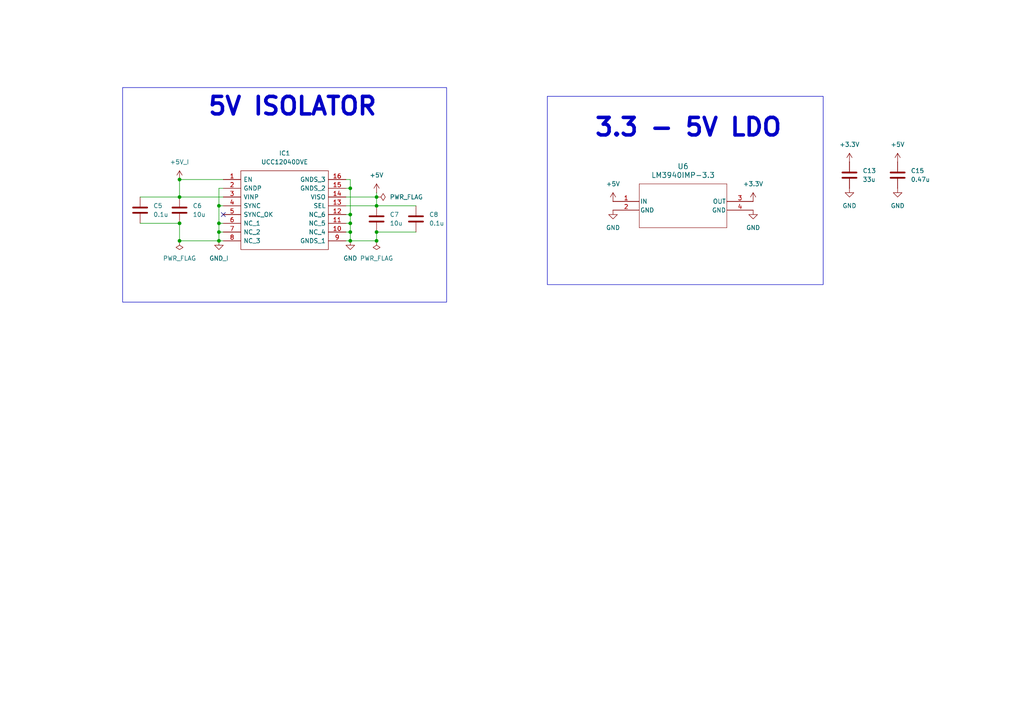
<source format=kicad_sch>
(kicad_sch (version 20231120) (generator "eeschema") (generator_version "8.0")
  (paper "A4")
  (lib_symbols
    (symbol "Device:C" (pin_numbers hide) (pin_names (offset 0.254))
      (property "Reference" "C" (at 0.635 2.54 0))
      (property "Value" "C" (at 0.635 -2.54 0))
      (symbol "C_0_1"
        (polyline (pts (xy -2.032 -0.762) (xy 2.032 -0.762)) (stroke (width 0.508)))
        (polyline (pts (xy -2.032 0.762) (xy 2.032 0.762)) (stroke (width 0.508)))
      )
      (symbol "C_1_1"
        (pin passive line (at 0 3.81 270) (length 2.794) (name "~") (number "1"))
        (pin passive line (at 0 -3.81 90) (length 2.794) (name "~") (number "2"))
      )
    )
    (symbol "LM3940:LM3940IMP-3.3" (pin_names (offset 0.254))
      (property "Reference" "U" (at 20.32 10.16 0))
      (property "Value" "LM3940IMP-3.3" (at 20.32 7.62 0))
      (symbol "LM3940IMP-3.3_0_1"
        (polyline (pts (xy 7.62 -7.62) (xy 33.02 -7.62)) (stroke (width 0.127)))
        (polyline (pts (xy 7.62 5.08) (xy 7.62 -7.62)) (stroke (width 0.127)))
        (polyline (pts (xy 33.02 -7.62) (xy 33.02 5.08)) (stroke (width 0.127)))
        (polyline (pts (xy 33.02 5.08) (xy 7.62 5.08)) (stroke (width 0.127)))
        (pin input line (at 0 0 0) (length 7.62) (name "IN") (number "1"))
        (pin passive line (at 0 -2.54 0) (length 7.62) (name "GND") (number "2"))
        (pin output line (at 40.64 0 180) (length 7.62) (name "OUT") (number "3"))
        (pin passive line (at 40.64 -2.54 180) (length 7.62) (name "GND") (number "4"))
      )
    )
    (symbol "UCC12040DVE:UCC12040DVE" (pin_names (offset 0.762))
      (property "Reference" "IC" (at 31.75 7.62 0))
      (property "Value" "UCC12040DVE" (at 31.75 5.08 0))
      (symbol "UCC12040DVE_0_0"
        (pin passive line (at 0 0 0) (length 5.08) (name "EN") (number "1"))
        (pin passive line (at 35.56 -15.24 180) (length 5.08) (name "NC_4") (number "10"))
        (pin passive line (at 35.56 -12.7 180) (length 5.08) (name "NC_5") (number "11"))
        (pin passive line (at 35.56 -10.16 180) (length 5.08) (name "NC_6") (number "12"))
        (pin passive line (at 35.56 -7.62 180) (length 5.08) (name "SEL") (number "13"))
        (pin passive line (at 35.56 -5.08 180) (length 5.08) (name "VISO") (number "14"))
        (pin passive line (at 35.56 -2.54 180) (length 5.08) (name "GNDS_2") (number "15"))
        (pin passive line (at 35.56 0 180) (length 5.08) (name "GNDS_3") (number "16"))
        (pin passive line (at 0 -2.54 0) (length 5.08) (name "GNDP") (number "2"))
        (pin passive line (at 0 -5.08 0) (length 5.08) (name "VINP") (number "3"))
        (pin passive line (at 0 -7.62 0) (length 5.08) (name "SYNC") (number "4"))
        (pin passive line (at 0 -10.16 0) (length 5.08) (name "SYNC_OK") (number "5"))
        (pin passive line (at 0 -12.7 0) (length 5.08) (name "NC_1") (number "6"))
        (pin passive line (at 0 -15.24 0) (length 5.08) (name "NC_2") (number "7"))
        (pin passive line (at 0 -17.78 0) (length 5.08) (name "NC_3") (number "8"))
        (pin passive line (at 35.56 -17.78 180) (length 5.08) (name "GNDS_1") (number "9"))
      )
      (symbol "UCC12040DVE_0_1"
        (polyline (pts (xy 5.08 2.54) (xy 30.48 2.54) (xy 30.48 -20.32) (xy 5.08 -20.32) (xy 5.08 2.54)) (stroke (width 0.1524)))
      )
    )
    (symbol "power:+3.3V" (power) (pin_numbers hide) (pin_names (offset 0) hide)
      (property "Value" "+3.3V" (at 0 3.556 0))
      (symbol "+3.3V_0_1"
        (polyline (pts (xy -0.762 1.27) (xy 0 2.54)))
        (polyline (pts (xy 0 0) (xy 0 2.54)))
        (polyline (pts (xy 0 2.54) (xy 0.762 1.27)))
      )
      (symbol "+3.3V_1_1"
        (pin power_in line (at 0 0 90) (length 0) (name "~") (number "1"))
      )
    )
    (symbol "power:+5V" (power) (pin_numbers hide) (pin_names (offset 0) hide)
      (property "Value" "+5V" (at 0 3.556 0))
      (symbol "+5V_0_1"
        (polyline (pts (xy -0.762 1.27) (xy 0 2.54)))
        (polyline (pts (xy 0 0) (xy 0 2.54)))
        (polyline (pts (xy 0 2.54) (xy 0.762 1.27)))
      )
      (symbol "+5V_1_1"
        (pin power_in line (at 0 0 90) (length 0) (name "~") (number "1"))
      )
    )
    (symbol "power:GND" (power) (pin_numbers hide) (pin_names (offset 0) hide)
      (property "Value" "GND" (at 0 -3.81 0))
      (symbol "GND_0_1"
        (polyline (pts (xy 0 0) (xy 0 -1.27) (xy 1.27 -1.27) (xy 0 -2.54) (xy -1.27 -1.27) (xy 0 -1.27)))
      )
      (symbol "GND_1_1"
        (pin power_in line (at 0 0 270) (length 0) (name "~") (number "1"))
      )
    )
    (symbol "power:PWR_FLAG" (power) (pin_numbers hide) (pin_names (offset 0) hide)
      (property "Value" "PWR_FLAG" (at 0 3.81 0))
      (symbol "PWR_FLAG_0_0"
        (pin power_out line (at 0 0 90) (length 0) (name "~") (number "1"))
      )
      (symbol "PWR_FLAG_0_1"
        (polyline (pts (xy 0 0) (xy 0 1.27) (xy -1.016 1.905) (xy 0 2.54) (xy 1.016 1.905) (xy 0 1.27)))
      )
    )
  )
  (junction (at 101.6 62.23))
  (junction (at 101.6 64.77))
  (junction (at 63.5 69.85))
  (junction (at 109.22 69.85))
  (junction (at 63.5 67.31))
  (junction (at 109.22 57.15))
  (junction (at 52.07 69.85))
  (junction (at 101.6 69.85))
  (junction (at 52.07 52.07))
  (junction (at 63.5 59.69))
  (junction (at 101.6 67.31))
  (junction (at 63.5 64.77))
  (junction (at 52.07 57.15))
  (junction (at 101.6 54.61))
  (junction (at 109.22 59.69))
  (junction (at 52.07 64.77))
  (junction (at 109.22 67.31))
  (no_connect (at 64.77 62.23))
  (wire (pts (xy 109.22 57.15) (xy 109.22 55.88)))
  (wire (pts (xy 52.07 52.07) (xy 52.07 57.15)))
  (wire (pts (xy 63.5 64.77) (xy 64.77 64.77)))
  (wire (pts (xy 100.33 59.69) (xy 109.22 59.69)))
  (wire (pts (xy 109.22 67.31) (xy 109.22 69.85)))
  (wire (pts (xy 101.6 64.77) (xy 101.6 67.31)))
  (wire (pts (xy 63.5 67.31) (xy 63.5 69.85)))
  (wire (pts (xy 100.33 54.61) (xy 101.6 54.61)))
  (wire (pts (xy 101.6 62.23) (xy 101.6 64.77)))
  (wire (pts (xy 63.5 67.31) (xy 64.77 67.31)))
  (wire (pts (xy 101.6 69.85) (xy 100.33 69.85)))
  (wire (pts (xy 101.6 62.23) (xy 100.33 62.23)))
  (wire (pts (xy 101.6 52.07) (xy 101.6 54.61)))
  (wire (pts (xy 100.33 52.07) (xy 101.6 52.07)))
  (wire (pts (xy 63.5 59.69) (xy 64.77 59.69)))
  (wire (pts (xy 63.5 54.61) (xy 63.5 59.69)))
  (wire (pts (xy 109.22 57.15) (xy 109.22 59.69)))
  (wire (pts (xy 100.33 57.15) (xy 109.22 57.15)))
  (wire (pts (xy 63.5 59.69) (xy 63.5 64.77)))
  (wire (pts (xy 64.77 54.61) (xy 63.5 54.61)))
  (wire (pts (xy 101.6 64.77) (xy 100.33 64.77)))
  (wire (pts (xy 52.07 69.85) (xy 63.5 69.85)))
  (wire (pts (xy 101.6 54.61) (xy 101.6 62.23)))
  (wire (pts (xy 63.5 69.85) (xy 64.77 69.85)))
  (wire (pts (xy 101.6 67.31) (xy 101.6 69.85)))
  (wire (pts (xy 101.6 67.31) (xy 100.33 67.31)))
  (wire (pts (xy 40.64 64.77) (xy 52.07 64.77)))
  (wire (pts (xy 109.22 67.31) (xy 120.65 67.31)))
  (wire (pts (xy 52.07 64.77) (xy 52.07 69.85)))
  (wire (pts (xy 40.64 57.15) (xy 52.07 57.15)))
  (wire (pts (xy 63.5 64.77) (xy 63.5 67.31)))
  (wire (pts (xy 109.22 59.69) (xy 120.65 59.69)))
  (wire (pts (xy 109.22 69.85) (xy 101.6 69.85)))
  (wire (pts (xy 52.07 52.07) (xy 64.77 52.07)))
  (wire (pts (xy 64.77 57.15) (xy 52.07 57.15)))
  (rectangle (start 35.56 25.4) (end 129.54 87.63))
  (rectangle (start 158.75 27.94) (end 238.76 82.55))
  (text "3.3 - 5V LDO\n" (at 199.644 37.084 0) (effects (font (size 5.08 5.08) (thickness 1.016) (bold yes))))
  (text "5V ISOLATOR" (at 84.836 30.988 0) (effects (font (size 5.08 5.08) (thickness 1.016) (bold yes))))
  (symbol (lib_id "power:+5V") (at 177.8 58.42 0) (unit 1)
    (property "Reference" "#PWR020" (effects (hide yes)))
    (property "Value" "+5V" (at 177.8 53.34 0))
    (property "Description" "Power symbol creates a global label with name \"+5V\"" (effects (hide yes)))
  )
  (symbol (lib_id "Device:C") (at 109.22 63.5 180) (unit 1)
    (property "Reference" "C7" (at 113.03 62.2299 0) (effects (justify right)))
    (property "Value" "10u" (at 113.03 64.7699 0) (effects (justify right)))
    (property "Footprint" "Capacitor_SMD:C_0805_2012Metric" (effects (hide yes)))
    (property "Description" "Unpolarized capacitor" (effects (hide yes)))
  )
  (symbol (lib_id "power:GND") (at 246.38 54.61 0) (unit 1)
    (property "Reference" "#PWR047" (effects (hide yes)))
    (property "Value" "GND" (at 246.38 59.69 0))
    (property "Description" "Power symbol creates a global label with name \"GND\" , ground" (effects (hide yes)))
  )
  (symbol (lib_id "power:+3.3V") (at 218.44 58.42 0) (unit 1)
    (property "Reference" "#PWR044" (effects (hide yes)))
    (property "Value" "+3.3V" (at 218.44 53.34 0))
    (property "Description" "Power symbol creates a global label with name \"+3.3V\"" (effects (hide yes)))
  )
  (symbol (lib_id "Device:C") (at 246.38 50.8 0) (unit 1)
    (property "Reference" "C13" (at 250.19 49.5299 0) (effects (justify left)))
    (property "Value" "33u" (at 250.19 52.0699 0) (effects (justify left)))
    (property "Footprint" "Capacitor_SMD:C_0805_2012Metric" (effects (hide yes)))
    (property "Description" "Unpolarized capacitor" (effects (hide yes)))
  )
  (symbol (lib_id "power:GND") (at 260.35 54.61 0) (unit 1)
    (property "Reference" "#PWR049" (effects (hide yes)))
    (property "Value" "GND" (at 260.35 59.69 0))
    (property "Description" "Power symbol creates a global label with name \"GND\" , ground" (effects (hide yes)))
  )
  (symbol (lib_id "power:+5V") (at 109.22 55.88 0) (unit 1)
    (property "Reference" "#PWR019" (effects (hide yes)))
    (property "Value" "+5V" (at 109.22 50.8 0))
    (property "Description" "Power symbol creates a global label with name \"+5V\"" (effects (hide yes)))
  )
  (symbol (lib_id "power:GND") (at 63.5 69.85 0) (unit 1)
    (property "Reference" "#PWR012" (effects (hide yes)))
    (property "Value" "GND_I" (at 63.5 74.93 0))
    (property "Description" "Power symbol creates a global label with name \"GND\" , ground" (effects (hide yes)))
  )
  (symbol (lib_id "LM3940:LM3940IMP-3.3") (at 177.8 58.42 0) (unit 1)
    (property "Reference" "U6" (at 198.12 48.26 0) (effects (font (size 1.524 1.524))))
    (property "Value" "LM3940IMP-3.3" (at 198.12 50.8 0) (effects (font (size 1.524 1.524))))
    (property "Footprint" "LM3940:MP04A" (effects (hide yes)))
    (property "Datasheet" "LM3940IMP-3.3" (effects (hide yes)))
  )
  (symbol (lib_id "Device:C") (at 52.07 60.96 0) (unit 1)
    (property "Reference" "C6" (at 55.88 59.6899 0) (effects (justify left)))
    (property "Value" "10u" (at 55.88 62.2299 0) (effects (justify left)))
    (property "Footprint" "Capacitor_SMD:C_0805_2012Metric" (effects (hide yes)))
    (property "Description" "Unpolarized capacitor" (effects (hide yes)))
  )
  (symbol (lib_id "Device:C") (at 120.65 63.5 180) (unit 1)
    (property "Reference" "C8" (at 124.46 62.2299 0) (effects (justify right)))
    (property "Value" "0.1u" (at 124.46 64.7699 0) (effects (justify right)))
    (property "Footprint" "Capacitor_SMD:C_0805_2012Metric" (effects (hide yes)))
    (property "Description" "Unpolarized capacitor" (effects (hide yes)))
  )
  (symbol (lib_id "power:PWR_FLAG") (at 52.07 69.85 180) (unit 1)
    (property "Reference" "#FLG02" (effects (hide yes)))
    (property "Value" "PWR_FLAG" (at 52.07 74.93 0))
    (property "Description" "Special symbol for telling ERC where power comes from" (effects (hide yes)))
  )
  (symbol (lib_id "power:PWR_FLAG") (at 109.22 57.15 270) (unit 1)
    (property "Reference" "#FLG03" (effects (hide yes)))
    (property "Value" "PWR_FLAG" (at 113.03 57.1499 90) (effects (justify left)))
    (property "Description" "Special symbol for telling ERC where power comes from" (effects (hide yes)))
  )
  (symbol (lib_id "power:GND") (at 101.6 69.85 0) (unit 1)
    (property "Reference" "#PWR018" (effects (hide yes)))
    (property "Value" "GND" (at 101.6 74.93 0))
    (property "Description" "Power symbol creates a global label with name \"GND\" , ground" (effects (hide yes)))
  )
  (symbol (lib_id "power:+3.3V") (at 246.38 46.99 0) (unit 1)
    (property "Reference" "#PWR046" (effects (hide yes)))
    (property "Value" "+3.3V" (at 246.38 41.91 0))
    (property "Description" "Power symbol creates a global label with name \"+3.3V\"" (effects (hide yes)))
  )
  (symbol (lib_id "power:GND") (at 218.44 60.96 0) (unit 1)
    (property "Reference" "#PWR045" (effects (hide yes)))
    (property "Value" "GND" (at 218.44 66.04 0))
    (property "Description" "Power symbol creates a global label with name \"GND\" , ground" (effects (hide yes)))
  )
  (symbol (lib_id "power:PWR_FLAG") (at 109.22 69.85 180) (unit 1)
    (property "Reference" "#FLG04" (effects (hide yes)))
    (property "Value" "PWR_FLAG" (at 109.22 74.93 0))
    (property "Description" "Special symbol for telling ERC where power comes from" (effects (hide yes)))
  )
  (symbol (lib_id "power:+5V") (at 52.07 52.07 0) (unit 1)
    (property "Reference" "#PWR01" (effects (hide yes)))
    (property "Value" "+5V_I" (at 52.07 46.99 0))
    (property "Description" "Power symbol creates a global label with name \"+5V\"" (effects (hide yes)))
  )
  (symbol (lib_id "Device:C") (at 260.35 50.8 0) (unit 1)
    (property "Reference" "C15" (at 264.16 49.5299 0) (effects (justify left)))
    (property "Value" "0.47u" (at 264.16 52.0699 0) (effects (justify left)))
    (property "Footprint" "Capacitor_SMD:C_0805_2012Metric" (effects (hide yes)))
    (property "Description" "Unpolarized capacitor" (effects (hide yes)))
  )
  (symbol (lib_id "UCC12040DVE:UCC12040DVE") (at 64.77 52.07 0) (unit 1)
    (property "Reference" "IC1" (at 82.55 44.45 0))
    (property "Value" "UCC12040DVE" (at 82.55 46.99 0))
    (property "Footprint" "UCC12040DVE:SO_0DVER_TEX" (effects (hide yes)))
    (property "Datasheet" "https://www.ti.com/lit/gpn/UCC12040" (effects (hide yes)))
    (property "Description" "Isolated DC/DC Converters 500mW, high efficiency 3kVrms isolated DC-DC converter 16-SO-MOD -40 to 125" (effects (hide yes)))
    (property "Description_1" "Isolated DC/DC Converters 500mW, high efficiency 3kVrms isolated DC-DC converter 16-SO-MOD -40 to 125" (effects (hide yes)))
    (property "Height" "2.65" (effects (hide yes)))
    (property "Mouser Part Number" "595-UCC12040DVE" (effects (hide yes)))
    (property "Mouser Price/Stock" "https://www.mouser.co.uk/ProductDetail/Texas-Instruments/UCC12040DVE?qs=xZ%2FP%252Ba9zWqaWnn41WPN4Eg%3D%3D" (effects (hide yes)))
    (property "Manufacturer_Name" "Texas Instruments" (effects (hide yes)))
    (property "Manufacturer_Part_Number" "UCC12040DVE" (effects (hide yes)))
  )
  (symbol (lib_id "Device:C") (at 40.64 60.96 180) (unit 1)
    (property "Reference" "C5" (at 44.45 59.6899 0) (effects (justify right)))
    (property "Value" "0.1u" (at 44.45 62.2299 0) (effects (justify right)))
    (property "Footprint" "Capacitor_SMD:C_0805_2012Metric" (effects (hide yes)))
    (property "Description" "Unpolarized capacitor" (effects (hide yes)))
  )
  (symbol (lib_id "power:+3.3V") (at 260.35 46.99 0) (unit 1)
    (property "Reference" "#PWR048" (effects (hide yes)))
    (property "Value" "+5V" (at 260.35 41.91 0))
    (property "Description" "Power symbol creates a global label with name \"+3.3V\"" (effects (hide yes)))
  )
  (symbol (lib_id "power:GND") (at 177.8 60.96 0) (unit 1)
    (property "Reference" "#PWR043" (effects (hide yes)))
    (property "Value" "GND" (at 177.8 66.04 0))
    (property "Description" "Power symbol creates a global label with name \"GND\" , ground" (effects (hide yes)))
  )
)
</source>
